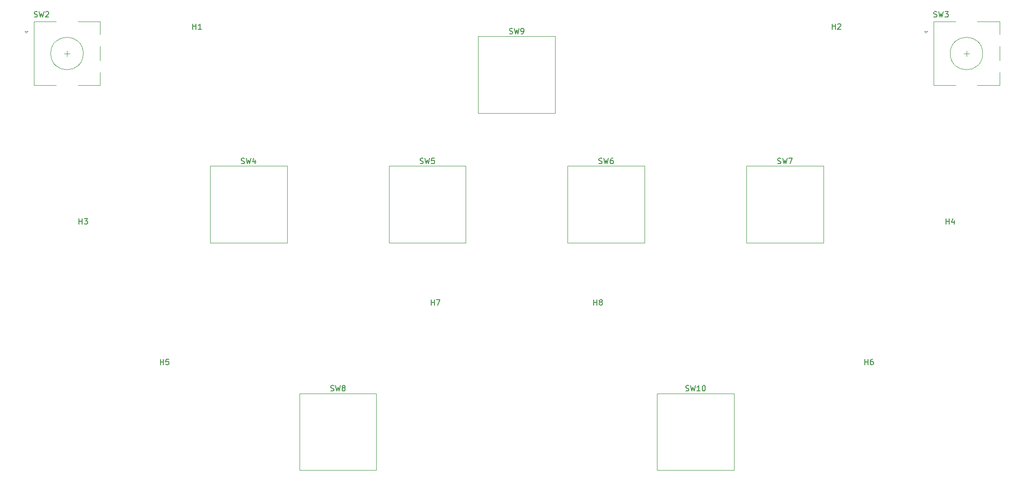
<source format=gbr>
%TF.GenerationSoftware,KiCad,Pcbnew,8.0.3*%
%TF.CreationDate,2024-09-03T22:31:28+08:00*%
%TF.ProjectId,PH-AC,50482d41-432e-46b6-9963-61645f706362,rev?*%
%TF.SameCoordinates,PX405f7e0PY328b740*%
%TF.FileFunction,Legend,Top*%
%TF.FilePolarity,Positive*%
%FSLAX46Y46*%
G04 Gerber Fmt 4.6, Leading zero omitted, Abs format (unit mm)*
G04 Created by KiCad (PCBNEW 8.0.3) date 2024-09-03 22:31:28*
%MOMM*%
%LPD*%
G01*
G04 APERTURE LIST*
%ADD10C,0.150000*%
%ADD11C,0.120000*%
G04 APERTURE END LIST*
D10*
X49166667Y-35407200D02*
X49309524Y-35454819D01*
X49309524Y-35454819D02*
X49547619Y-35454819D01*
X49547619Y-35454819D02*
X49642857Y-35407200D01*
X49642857Y-35407200D02*
X49690476Y-35359580D01*
X49690476Y-35359580D02*
X49738095Y-35264342D01*
X49738095Y-35264342D02*
X49738095Y-35169104D01*
X49738095Y-35169104D02*
X49690476Y-35073866D01*
X49690476Y-35073866D02*
X49642857Y-35026247D01*
X49642857Y-35026247D02*
X49547619Y-34978628D01*
X49547619Y-34978628D02*
X49357143Y-34931009D01*
X49357143Y-34931009D02*
X49261905Y-34883390D01*
X49261905Y-34883390D02*
X49214286Y-34835771D01*
X49214286Y-34835771D02*
X49166667Y-34740533D01*
X49166667Y-34740533D02*
X49166667Y-34645295D01*
X49166667Y-34645295D02*
X49214286Y-34550057D01*
X49214286Y-34550057D02*
X49261905Y-34502438D01*
X49261905Y-34502438D02*
X49357143Y-34454819D01*
X49357143Y-34454819D02*
X49595238Y-34454819D01*
X49595238Y-34454819D02*
X49738095Y-34502438D01*
X50071429Y-34454819D02*
X50309524Y-35454819D01*
X50309524Y-35454819D02*
X50500000Y-34740533D01*
X50500000Y-34740533D02*
X50690476Y-35454819D01*
X50690476Y-35454819D02*
X50928572Y-34454819D01*
X51738095Y-34788152D02*
X51738095Y-35454819D01*
X51500000Y-34407200D02*
X51261905Y-35121485D01*
X51261905Y-35121485D02*
X51880952Y-35121485D01*
X164238095Y-72604819D02*
X164238095Y-71604819D01*
X164238095Y-72081009D02*
X164809523Y-72081009D01*
X164809523Y-72604819D02*
X164809523Y-71604819D01*
X165714285Y-71604819D02*
X165523809Y-71604819D01*
X165523809Y-71604819D02*
X165428571Y-71652438D01*
X165428571Y-71652438D02*
X165380952Y-71700057D01*
X165380952Y-71700057D02*
X165285714Y-71842914D01*
X165285714Y-71842914D02*
X165238095Y-72033390D01*
X165238095Y-72033390D02*
X165238095Y-72414342D01*
X165238095Y-72414342D02*
X165285714Y-72509580D01*
X165285714Y-72509580D02*
X165333333Y-72557200D01*
X165333333Y-72557200D02*
X165428571Y-72604819D01*
X165428571Y-72604819D02*
X165619047Y-72604819D01*
X165619047Y-72604819D02*
X165714285Y-72557200D01*
X165714285Y-72557200D02*
X165761904Y-72509580D01*
X165761904Y-72509580D02*
X165809523Y-72414342D01*
X165809523Y-72414342D02*
X165809523Y-72176247D01*
X165809523Y-72176247D02*
X165761904Y-72081009D01*
X165761904Y-72081009D02*
X165714285Y-72033390D01*
X165714285Y-72033390D02*
X165619047Y-71985771D01*
X165619047Y-71985771D02*
X165428571Y-71985771D01*
X165428571Y-71985771D02*
X165333333Y-72033390D01*
X165333333Y-72033390D02*
X165285714Y-72081009D01*
X165285714Y-72081009D02*
X165238095Y-72176247D01*
X179238095Y-46604819D02*
X179238095Y-45604819D01*
X179238095Y-46081009D02*
X179809523Y-46081009D01*
X179809523Y-46604819D02*
X179809523Y-45604819D01*
X180714285Y-45938152D02*
X180714285Y-46604819D01*
X180476190Y-45557200D02*
X180238095Y-46271485D01*
X180238095Y-46271485D02*
X180857142Y-46271485D01*
X98666667Y-11407200D02*
X98809524Y-11454819D01*
X98809524Y-11454819D02*
X99047619Y-11454819D01*
X99047619Y-11454819D02*
X99142857Y-11407200D01*
X99142857Y-11407200D02*
X99190476Y-11359580D01*
X99190476Y-11359580D02*
X99238095Y-11264342D01*
X99238095Y-11264342D02*
X99238095Y-11169104D01*
X99238095Y-11169104D02*
X99190476Y-11073866D01*
X99190476Y-11073866D02*
X99142857Y-11026247D01*
X99142857Y-11026247D02*
X99047619Y-10978628D01*
X99047619Y-10978628D02*
X98857143Y-10931009D01*
X98857143Y-10931009D02*
X98761905Y-10883390D01*
X98761905Y-10883390D02*
X98714286Y-10835771D01*
X98714286Y-10835771D02*
X98666667Y-10740533D01*
X98666667Y-10740533D02*
X98666667Y-10645295D01*
X98666667Y-10645295D02*
X98714286Y-10550057D01*
X98714286Y-10550057D02*
X98761905Y-10502438D01*
X98761905Y-10502438D02*
X98857143Y-10454819D01*
X98857143Y-10454819D02*
X99095238Y-10454819D01*
X99095238Y-10454819D02*
X99238095Y-10502438D01*
X99571429Y-10454819D02*
X99809524Y-11454819D01*
X99809524Y-11454819D02*
X100000000Y-10740533D01*
X100000000Y-10740533D02*
X100190476Y-11454819D01*
X100190476Y-11454819D02*
X100428572Y-10454819D01*
X100857143Y-11454819D02*
X101047619Y-11454819D01*
X101047619Y-11454819D02*
X101142857Y-11407200D01*
X101142857Y-11407200D02*
X101190476Y-11359580D01*
X101190476Y-11359580D02*
X101285714Y-11216723D01*
X101285714Y-11216723D02*
X101333333Y-11026247D01*
X101333333Y-11026247D02*
X101333333Y-10645295D01*
X101333333Y-10645295D02*
X101285714Y-10550057D01*
X101285714Y-10550057D02*
X101238095Y-10502438D01*
X101238095Y-10502438D02*
X101142857Y-10454819D01*
X101142857Y-10454819D02*
X100952381Y-10454819D01*
X100952381Y-10454819D02*
X100857143Y-10502438D01*
X100857143Y-10502438D02*
X100809524Y-10550057D01*
X100809524Y-10550057D02*
X100761905Y-10645295D01*
X100761905Y-10645295D02*
X100761905Y-10883390D01*
X100761905Y-10883390D02*
X100809524Y-10978628D01*
X100809524Y-10978628D02*
X100857143Y-11026247D01*
X100857143Y-11026247D02*
X100952381Y-11073866D01*
X100952381Y-11073866D02*
X101142857Y-11073866D01*
X101142857Y-11073866D02*
X101238095Y-11026247D01*
X101238095Y-11026247D02*
X101285714Y-10978628D01*
X101285714Y-10978628D02*
X101333333Y-10883390D01*
X40238095Y-10604819D02*
X40238095Y-9604819D01*
X40238095Y-10081009D02*
X40809523Y-10081009D01*
X40809523Y-10604819D02*
X40809523Y-9604819D01*
X41809523Y-10604819D02*
X41238095Y-10604819D01*
X41523809Y-10604819D02*
X41523809Y-9604819D01*
X41523809Y-9604819D02*
X41428571Y-9747676D01*
X41428571Y-9747676D02*
X41333333Y-9842914D01*
X41333333Y-9842914D02*
X41238095Y-9890533D01*
X158238095Y-10604819D02*
X158238095Y-9604819D01*
X158238095Y-10081009D02*
X158809523Y-10081009D01*
X158809523Y-10604819D02*
X158809523Y-9604819D01*
X159238095Y-9700057D02*
X159285714Y-9652438D01*
X159285714Y-9652438D02*
X159380952Y-9604819D01*
X159380952Y-9604819D02*
X159619047Y-9604819D01*
X159619047Y-9604819D02*
X159714285Y-9652438D01*
X159714285Y-9652438D02*
X159761904Y-9700057D01*
X159761904Y-9700057D02*
X159809523Y-9795295D01*
X159809523Y-9795295D02*
X159809523Y-9890533D01*
X159809523Y-9890533D02*
X159761904Y-10033390D01*
X159761904Y-10033390D02*
X159190476Y-10604819D01*
X159190476Y-10604819D02*
X159809523Y-10604819D01*
X148166667Y-35407200D02*
X148309524Y-35454819D01*
X148309524Y-35454819D02*
X148547619Y-35454819D01*
X148547619Y-35454819D02*
X148642857Y-35407200D01*
X148642857Y-35407200D02*
X148690476Y-35359580D01*
X148690476Y-35359580D02*
X148738095Y-35264342D01*
X148738095Y-35264342D02*
X148738095Y-35169104D01*
X148738095Y-35169104D02*
X148690476Y-35073866D01*
X148690476Y-35073866D02*
X148642857Y-35026247D01*
X148642857Y-35026247D02*
X148547619Y-34978628D01*
X148547619Y-34978628D02*
X148357143Y-34931009D01*
X148357143Y-34931009D02*
X148261905Y-34883390D01*
X148261905Y-34883390D02*
X148214286Y-34835771D01*
X148214286Y-34835771D02*
X148166667Y-34740533D01*
X148166667Y-34740533D02*
X148166667Y-34645295D01*
X148166667Y-34645295D02*
X148214286Y-34550057D01*
X148214286Y-34550057D02*
X148261905Y-34502438D01*
X148261905Y-34502438D02*
X148357143Y-34454819D01*
X148357143Y-34454819D02*
X148595238Y-34454819D01*
X148595238Y-34454819D02*
X148738095Y-34502438D01*
X149071429Y-34454819D02*
X149309524Y-35454819D01*
X149309524Y-35454819D02*
X149500000Y-34740533D01*
X149500000Y-34740533D02*
X149690476Y-35454819D01*
X149690476Y-35454819D02*
X149928572Y-34454819D01*
X150214286Y-34454819D02*
X150880952Y-34454819D01*
X150880952Y-34454819D02*
X150452381Y-35454819D01*
X82166667Y-35407200D02*
X82309524Y-35454819D01*
X82309524Y-35454819D02*
X82547619Y-35454819D01*
X82547619Y-35454819D02*
X82642857Y-35407200D01*
X82642857Y-35407200D02*
X82690476Y-35359580D01*
X82690476Y-35359580D02*
X82738095Y-35264342D01*
X82738095Y-35264342D02*
X82738095Y-35169104D01*
X82738095Y-35169104D02*
X82690476Y-35073866D01*
X82690476Y-35073866D02*
X82642857Y-35026247D01*
X82642857Y-35026247D02*
X82547619Y-34978628D01*
X82547619Y-34978628D02*
X82357143Y-34931009D01*
X82357143Y-34931009D02*
X82261905Y-34883390D01*
X82261905Y-34883390D02*
X82214286Y-34835771D01*
X82214286Y-34835771D02*
X82166667Y-34740533D01*
X82166667Y-34740533D02*
X82166667Y-34645295D01*
X82166667Y-34645295D02*
X82214286Y-34550057D01*
X82214286Y-34550057D02*
X82261905Y-34502438D01*
X82261905Y-34502438D02*
X82357143Y-34454819D01*
X82357143Y-34454819D02*
X82595238Y-34454819D01*
X82595238Y-34454819D02*
X82738095Y-34502438D01*
X83071429Y-34454819D02*
X83309524Y-35454819D01*
X83309524Y-35454819D02*
X83500000Y-34740533D01*
X83500000Y-34740533D02*
X83690476Y-35454819D01*
X83690476Y-35454819D02*
X83928572Y-34454819D01*
X84785714Y-34454819D02*
X84309524Y-34454819D01*
X84309524Y-34454819D02*
X84261905Y-34931009D01*
X84261905Y-34931009D02*
X84309524Y-34883390D01*
X84309524Y-34883390D02*
X84404762Y-34835771D01*
X84404762Y-34835771D02*
X84642857Y-34835771D01*
X84642857Y-34835771D02*
X84738095Y-34883390D01*
X84738095Y-34883390D02*
X84785714Y-34931009D01*
X84785714Y-34931009D02*
X84833333Y-35026247D01*
X84833333Y-35026247D02*
X84833333Y-35264342D01*
X84833333Y-35264342D02*
X84785714Y-35359580D01*
X84785714Y-35359580D02*
X84738095Y-35407200D01*
X84738095Y-35407200D02*
X84642857Y-35454819D01*
X84642857Y-35454819D02*
X84404762Y-35454819D01*
X84404762Y-35454819D02*
X84309524Y-35407200D01*
X84309524Y-35407200D02*
X84261905Y-35359580D01*
X65666667Y-77407200D02*
X65809524Y-77454819D01*
X65809524Y-77454819D02*
X66047619Y-77454819D01*
X66047619Y-77454819D02*
X66142857Y-77407200D01*
X66142857Y-77407200D02*
X66190476Y-77359580D01*
X66190476Y-77359580D02*
X66238095Y-77264342D01*
X66238095Y-77264342D02*
X66238095Y-77169104D01*
X66238095Y-77169104D02*
X66190476Y-77073866D01*
X66190476Y-77073866D02*
X66142857Y-77026247D01*
X66142857Y-77026247D02*
X66047619Y-76978628D01*
X66047619Y-76978628D02*
X65857143Y-76931009D01*
X65857143Y-76931009D02*
X65761905Y-76883390D01*
X65761905Y-76883390D02*
X65714286Y-76835771D01*
X65714286Y-76835771D02*
X65666667Y-76740533D01*
X65666667Y-76740533D02*
X65666667Y-76645295D01*
X65666667Y-76645295D02*
X65714286Y-76550057D01*
X65714286Y-76550057D02*
X65761905Y-76502438D01*
X65761905Y-76502438D02*
X65857143Y-76454819D01*
X65857143Y-76454819D02*
X66095238Y-76454819D01*
X66095238Y-76454819D02*
X66238095Y-76502438D01*
X66571429Y-76454819D02*
X66809524Y-77454819D01*
X66809524Y-77454819D02*
X67000000Y-76740533D01*
X67000000Y-76740533D02*
X67190476Y-77454819D01*
X67190476Y-77454819D02*
X67428572Y-76454819D01*
X67952381Y-76883390D02*
X67857143Y-76835771D01*
X67857143Y-76835771D02*
X67809524Y-76788152D01*
X67809524Y-76788152D02*
X67761905Y-76692914D01*
X67761905Y-76692914D02*
X67761905Y-76645295D01*
X67761905Y-76645295D02*
X67809524Y-76550057D01*
X67809524Y-76550057D02*
X67857143Y-76502438D01*
X67857143Y-76502438D02*
X67952381Y-76454819D01*
X67952381Y-76454819D02*
X68142857Y-76454819D01*
X68142857Y-76454819D02*
X68238095Y-76502438D01*
X68238095Y-76502438D02*
X68285714Y-76550057D01*
X68285714Y-76550057D02*
X68333333Y-76645295D01*
X68333333Y-76645295D02*
X68333333Y-76692914D01*
X68333333Y-76692914D02*
X68285714Y-76788152D01*
X68285714Y-76788152D02*
X68238095Y-76835771D01*
X68238095Y-76835771D02*
X68142857Y-76883390D01*
X68142857Y-76883390D02*
X67952381Y-76883390D01*
X67952381Y-76883390D02*
X67857143Y-76931009D01*
X67857143Y-76931009D02*
X67809524Y-76978628D01*
X67809524Y-76978628D02*
X67761905Y-77073866D01*
X67761905Y-77073866D02*
X67761905Y-77264342D01*
X67761905Y-77264342D02*
X67809524Y-77359580D01*
X67809524Y-77359580D02*
X67857143Y-77407200D01*
X67857143Y-77407200D02*
X67952381Y-77454819D01*
X67952381Y-77454819D02*
X68142857Y-77454819D01*
X68142857Y-77454819D02*
X68238095Y-77407200D01*
X68238095Y-77407200D02*
X68285714Y-77359580D01*
X68285714Y-77359580D02*
X68333333Y-77264342D01*
X68333333Y-77264342D02*
X68333333Y-77073866D01*
X68333333Y-77073866D02*
X68285714Y-76978628D01*
X68285714Y-76978628D02*
X68238095Y-76931009D01*
X68238095Y-76931009D02*
X68142857Y-76883390D01*
X19238095Y-46604819D02*
X19238095Y-45604819D01*
X19238095Y-46081009D02*
X19809523Y-46081009D01*
X19809523Y-46604819D02*
X19809523Y-45604819D01*
X20190476Y-45604819D02*
X20809523Y-45604819D01*
X20809523Y-45604819D02*
X20476190Y-45985771D01*
X20476190Y-45985771D02*
X20619047Y-45985771D01*
X20619047Y-45985771D02*
X20714285Y-46033390D01*
X20714285Y-46033390D02*
X20761904Y-46081009D01*
X20761904Y-46081009D02*
X20809523Y-46176247D01*
X20809523Y-46176247D02*
X20809523Y-46414342D01*
X20809523Y-46414342D02*
X20761904Y-46509580D01*
X20761904Y-46509580D02*
X20714285Y-46557200D01*
X20714285Y-46557200D02*
X20619047Y-46604819D01*
X20619047Y-46604819D02*
X20333333Y-46604819D01*
X20333333Y-46604819D02*
X20238095Y-46557200D01*
X20238095Y-46557200D02*
X20190476Y-46509580D01*
X115166667Y-35407200D02*
X115309524Y-35454819D01*
X115309524Y-35454819D02*
X115547619Y-35454819D01*
X115547619Y-35454819D02*
X115642857Y-35407200D01*
X115642857Y-35407200D02*
X115690476Y-35359580D01*
X115690476Y-35359580D02*
X115738095Y-35264342D01*
X115738095Y-35264342D02*
X115738095Y-35169104D01*
X115738095Y-35169104D02*
X115690476Y-35073866D01*
X115690476Y-35073866D02*
X115642857Y-35026247D01*
X115642857Y-35026247D02*
X115547619Y-34978628D01*
X115547619Y-34978628D02*
X115357143Y-34931009D01*
X115357143Y-34931009D02*
X115261905Y-34883390D01*
X115261905Y-34883390D02*
X115214286Y-34835771D01*
X115214286Y-34835771D02*
X115166667Y-34740533D01*
X115166667Y-34740533D02*
X115166667Y-34645295D01*
X115166667Y-34645295D02*
X115214286Y-34550057D01*
X115214286Y-34550057D02*
X115261905Y-34502438D01*
X115261905Y-34502438D02*
X115357143Y-34454819D01*
X115357143Y-34454819D02*
X115595238Y-34454819D01*
X115595238Y-34454819D02*
X115738095Y-34502438D01*
X116071429Y-34454819D02*
X116309524Y-35454819D01*
X116309524Y-35454819D02*
X116500000Y-34740533D01*
X116500000Y-34740533D02*
X116690476Y-35454819D01*
X116690476Y-35454819D02*
X116928572Y-34454819D01*
X117738095Y-34454819D02*
X117547619Y-34454819D01*
X117547619Y-34454819D02*
X117452381Y-34502438D01*
X117452381Y-34502438D02*
X117404762Y-34550057D01*
X117404762Y-34550057D02*
X117309524Y-34692914D01*
X117309524Y-34692914D02*
X117261905Y-34883390D01*
X117261905Y-34883390D02*
X117261905Y-35264342D01*
X117261905Y-35264342D02*
X117309524Y-35359580D01*
X117309524Y-35359580D02*
X117357143Y-35407200D01*
X117357143Y-35407200D02*
X117452381Y-35454819D01*
X117452381Y-35454819D02*
X117642857Y-35454819D01*
X117642857Y-35454819D02*
X117738095Y-35407200D01*
X117738095Y-35407200D02*
X117785714Y-35359580D01*
X117785714Y-35359580D02*
X117833333Y-35264342D01*
X117833333Y-35264342D02*
X117833333Y-35026247D01*
X117833333Y-35026247D02*
X117785714Y-34931009D01*
X117785714Y-34931009D02*
X117738095Y-34883390D01*
X117738095Y-34883390D02*
X117642857Y-34835771D01*
X117642857Y-34835771D02*
X117452381Y-34835771D01*
X117452381Y-34835771D02*
X117357143Y-34883390D01*
X117357143Y-34883390D02*
X117309524Y-34931009D01*
X117309524Y-34931009D02*
X117261905Y-35026247D01*
X131190476Y-77407200D02*
X131333333Y-77454819D01*
X131333333Y-77454819D02*
X131571428Y-77454819D01*
X131571428Y-77454819D02*
X131666666Y-77407200D01*
X131666666Y-77407200D02*
X131714285Y-77359580D01*
X131714285Y-77359580D02*
X131761904Y-77264342D01*
X131761904Y-77264342D02*
X131761904Y-77169104D01*
X131761904Y-77169104D02*
X131714285Y-77073866D01*
X131714285Y-77073866D02*
X131666666Y-77026247D01*
X131666666Y-77026247D02*
X131571428Y-76978628D01*
X131571428Y-76978628D02*
X131380952Y-76931009D01*
X131380952Y-76931009D02*
X131285714Y-76883390D01*
X131285714Y-76883390D02*
X131238095Y-76835771D01*
X131238095Y-76835771D02*
X131190476Y-76740533D01*
X131190476Y-76740533D02*
X131190476Y-76645295D01*
X131190476Y-76645295D02*
X131238095Y-76550057D01*
X131238095Y-76550057D02*
X131285714Y-76502438D01*
X131285714Y-76502438D02*
X131380952Y-76454819D01*
X131380952Y-76454819D02*
X131619047Y-76454819D01*
X131619047Y-76454819D02*
X131761904Y-76502438D01*
X132095238Y-76454819D02*
X132333333Y-77454819D01*
X132333333Y-77454819D02*
X132523809Y-76740533D01*
X132523809Y-76740533D02*
X132714285Y-77454819D01*
X132714285Y-77454819D02*
X132952381Y-76454819D01*
X133857142Y-77454819D02*
X133285714Y-77454819D01*
X133571428Y-77454819D02*
X133571428Y-76454819D01*
X133571428Y-76454819D02*
X133476190Y-76597676D01*
X133476190Y-76597676D02*
X133380952Y-76692914D01*
X133380952Y-76692914D02*
X133285714Y-76740533D01*
X134476190Y-76454819D02*
X134571428Y-76454819D01*
X134571428Y-76454819D02*
X134666666Y-76502438D01*
X134666666Y-76502438D02*
X134714285Y-76550057D01*
X134714285Y-76550057D02*
X134761904Y-76645295D01*
X134761904Y-76645295D02*
X134809523Y-76835771D01*
X134809523Y-76835771D02*
X134809523Y-77073866D01*
X134809523Y-77073866D02*
X134761904Y-77264342D01*
X134761904Y-77264342D02*
X134714285Y-77359580D01*
X134714285Y-77359580D02*
X134666666Y-77407200D01*
X134666666Y-77407200D02*
X134571428Y-77454819D01*
X134571428Y-77454819D02*
X134476190Y-77454819D01*
X134476190Y-77454819D02*
X134380952Y-77407200D01*
X134380952Y-77407200D02*
X134333333Y-77359580D01*
X134333333Y-77359580D02*
X134285714Y-77264342D01*
X134285714Y-77264342D02*
X134238095Y-77073866D01*
X134238095Y-77073866D02*
X134238095Y-76835771D01*
X134238095Y-76835771D02*
X134285714Y-76645295D01*
X134285714Y-76645295D02*
X134333333Y-76550057D01*
X134333333Y-76550057D02*
X134380952Y-76502438D01*
X134380952Y-76502438D02*
X134476190Y-76454819D01*
X176966667Y-8307200D02*
X177109524Y-8354819D01*
X177109524Y-8354819D02*
X177347619Y-8354819D01*
X177347619Y-8354819D02*
X177442857Y-8307200D01*
X177442857Y-8307200D02*
X177490476Y-8259580D01*
X177490476Y-8259580D02*
X177538095Y-8164342D01*
X177538095Y-8164342D02*
X177538095Y-8069104D01*
X177538095Y-8069104D02*
X177490476Y-7973866D01*
X177490476Y-7973866D02*
X177442857Y-7926247D01*
X177442857Y-7926247D02*
X177347619Y-7878628D01*
X177347619Y-7878628D02*
X177157143Y-7831009D01*
X177157143Y-7831009D02*
X177061905Y-7783390D01*
X177061905Y-7783390D02*
X177014286Y-7735771D01*
X177014286Y-7735771D02*
X176966667Y-7640533D01*
X176966667Y-7640533D02*
X176966667Y-7545295D01*
X176966667Y-7545295D02*
X177014286Y-7450057D01*
X177014286Y-7450057D02*
X177061905Y-7402438D01*
X177061905Y-7402438D02*
X177157143Y-7354819D01*
X177157143Y-7354819D02*
X177395238Y-7354819D01*
X177395238Y-7354819D02*
X177538095Y-7402438D01*
X177871429Y-7354819D02*
X178109524Y-8354819D01*
X178109524Y-8354819D02*
X178300000Y-7640533D01*
X178300000Y-7640533D02*
X178490476Y-8354819D01*
X178490476Y-8354819D02*
X178728572Y-7354819D01*
X179014286Y-7354819D02*
X179633333Y-7354819D01*
X179633333Y-7354819D02*
X179300000Y-7735771D01*
X179300000Y-7735771D02*
X179442857Y-7735771D01*
X179442857Y-7735771D02*
X179538095Y-7783390D01*
X179538095Y-7783390D02*
X179585714Y-7831009D01*
X179585714Y-7831009D02*
X179633333Y-7926247D01*
X179633333Y-7926247D02*
X179633333Y-8164342D01*
X179633333Y-8164342D02*
X179585714Y-8259580D01*
X179585714Y-8259580D02*
X179538095Y-8307200D01*
X179538095Y-8307200D02*
X179442857Y-8354819D01*
X179442857Y-8354819D02*
X179157143Y-8354819D01*
X179157143Y-8354819D02*
X179061905Y-8307200D01*
X179061905Y-8307200D02*
X179014286Y-8259580D01*
X10966667Y-8307200D02*
X11109524Y-8354819D01*
X11109524Y-8354819D02*
X11347619Y-8354819D01*
X11347619Y-8354819D02*
X11442857Y-8307200D01*
X11442857Y-8307200D02*
X11490476Y-8259580D01*
X11490476Y-8259580D02*
X11538095Y-8164342D01*
X11538095Y-8164342D02*
X11538095Y-8069104D01*
X11538095Y-8069104D02*
X11490476Y-7973866D01*
X11490476Y-7973866D02*
X11442857Y-7926247D01*
X11442857Y-7926247D02*
X11347619Y-7878628D01*
X11347619Y-7878628D02*
X11157143Y-7831009D01*
X11157143Y-7831009D02*
X11061905Y-7783390D01*
X11061905Y-7783390D02*
X11014286Y-7735771D01*
X11014286Y-7735771D02*
X10966667Y-7640533D01*
X10966667Y-7640533D02*
X10966667Y-7545295D01*
X10966667Y-7545295D02*
X11014286Y-7450057D01*
X11014286Y-7450057D02*
X11061905Y-7402438D01*
X11061905Y-7402438D02*
X11157143Y-7354819D01*
X11157143Y-7354819D02*
X11395238Y-7354819D01*
X11395238Y-7354819D02*
X11538095Y-7402438D01*
X11871429Y-7354819D02*
X12109524Y-8354819D01*
X12109524Y-8354819D02*
X12300000Y-7640533D01*
X12300000Y-7640533D02*
X12490476Y-8354819D01*
X12490476Y-8354819D02*
X12728572Y-7354819D01*
X13061905Y-7450057D02*
X13109524Y-7402438D01*
X13109524Y-7402438D02*
X13204762Y-7354819D01*
X13204762Y-7354819D02*
X13442857Y-7354819D01*
X13442857Y-7354819D02*
X13538095Y-7402438D01*
X13538095Y-7402438D02*
X13585714Y-7450057D01*
X13585714Y-7450057D02*
X13633333Y-7545295D01*
X13633333Y-7545295D02*
X13633333Y-7640533D01*
X13633333Y-7640533D02*
X13585714Y-7783390D01*
X13585714Y-7783390D02*
X13014286Y-8354819D01*
X13014286Y-8354819D02*
X13633333Y-8354819D01*
X34238095Y-72604819D02*
X34238095Y-71604819D01*
X34238095Y-72081009D02*
X34809523Y-72081009D01*
X34809523Y-72604819D02*
X34809523Y-71604819D01*
X35761904Y-71604819D02*
X35285714Y-71604819D01*
X35285714Y-71604819D02*
X35238095Y-72081009D01*
X35238095Y-72081009D02*
X35285714Y-72033390D01*
X35285714Y-72033390D02*
X35380952Y-71985771D01*
X35380952Y-71985771D02*
X35619047Y-71985771D01*
X35619047Y-71985771D02*
X35714285Y-72033390D01*
X35714285Y-72033390D02*
X35761904Y-72081009D01*
X35761904Y-72081009D02*
X35809523Y-72176247D01*
X35809523Y-72176247D02*
X35809523Y-72414342D01*
X35809523Y-72414342D02*
X35761904Y-72509580D01*
X35761904Y-72509580D02*
X35714285Y-72557200D01*
X35714285Y-72557200D02*
X35619047Y-72604819D01*
X35619047Y-72604819D02*
X35380952Y-72604819D01*
X35380952Y-72604819D02*
X35285714Y-72557200D01*
X35285714Y-72557200D02*
X35238095Y-72509580D01*
X84238095Y-61604819D02*
X84238095Y-60604819D01*
X84238095Y-61081009D02*
X84809523Y-61081009D01*
X84809523Y-61604819D02*
X84809523Y-60604819D01*
X85190476Y-60604819D02*
X85857142Y-60604819D01*
X85857142Y-60604819D02*
X85428571Y-61604819D01*
X114238095Y-61604819D02*
X114238095Y-60604819D01*
X114238095Y-61081009D02*
X114809523Y-61081009D01*
X114809523Y-61604819D02*
X114809523Y-60604819D01*
X115428571Y-61033390D02*
X115333333Y-60985771D01*
X115333333Y-60985771D02*
X115285714Y-60938152D01*
X115285714Y-60938152D02*
X115238095Y-60842914D01*
X115238095Y-60842914D02*
X115238095Y-60795295D01*
X115238095Y-60795295D02*
X115285714Y-60700057D01*
X115285714Y-60700057D02*
X115333333Y-60652438D01*
X115333333Y-60652438D02*
X115428571Y-60604819D01*
X115428571Y-60604819D02*
X115619047Y-60604819D01*
X115619047Y-60604819D02*
X115714285Y-60652438D01*
X115714285Y-60652438D02*
X115761904Y-60700057D01*
X115761904Y-60700057D02*
X115809523Y-60795295D01*
X115809523Y-60795295D02*
X115809523Y-60842914D01*
X115809523Y-60842914D02*
X115761904Y-60938152D01*
X115761904Y-60938152D02*
X115714285Y-60985771D01*
X115714285Y-60985771D02*
X115619047Y-61033390D01*
X115619047Y-61033390D02*
X115428571Y-61033390D01*
X115428571Y-61033390D02*
X115333333Y-61081009D01*
X115333333Y-61081009D02*
X115285714Y-61128628D01*
X115285714Y-61128628D02*
X115238095Y-61223866D01*
X115238095Y-61223866D02*
X115238095Y-61414342D01*
X115238095Y-61414342D02*
X115285714Y-61509580D01*
X115285714Y-61509580D02*
X115333333Y-61557200D01*
X115333333Y-61557200D02*
X115428571Y-61604819D01*
X115428571Y-61604819D02*
X115619047Y-61604819D01*
X115619047Y-61604819D02*
X115714285Y-61557200D01*
X115714285Y-61557200D02*
X115761904Y-61509580D01*
X115761904Y-61509580D02*
X115809523Y-61414342D01*
X115809523Y-61414342D02*
X115809523Y-61223866D01*
X115809523Y-61223866D02*
X115761904Y-61128628D01*
X115761904Y-61128628D02*
X115714285Y-61081009D01*
X115714285Y-61081009D02*
X115619047Y-61033390D01*
D11*
%TO.C,SW4*%
X43400000Y-35900000D02*
X43400000Y-50100000D01*
X43400000Y-50100000D02*
X57600000Y-50100000D01*
X57600000Y-35900000D02*
X43400000Y-35900000D01*
X57600000Y-50100000D02*
X57600000Y-35900000D01*
%TO.C,SW9*%
X92900000Y-11900000D02*
X92900000Y-26100000D01*
X92900000Y-26100000D02*
X107100000Y-26100000D01*
X107100000Y-11900000D02*
X92900000Y-11900000D01*
X107100000Y-26100000D02*
X107100000Y-11900000D01*
%TO.C,SW7*%
X142400000Y-35900000D02*
X142400000Y-50100000D01*
X142400000Y-50100000D02*
X156600000Y-50100000D01*
X156600000Y-35900000D02*
X142400000Y-35900000D01*
X156600000Y-50100000D02*
X156600000Y-35900000D01*
%TO.C,SW5*%
X76400000Y-35900000D02*
X76400000Y-50100000D01*
X76400000Y-50100000D02*
X90600000Y-50100000D01*
X90600000Y-35900000D02*
X76400000Y-35900000D01*
X90600000Y-50100000D02*
X90600000Y-35900000D01*
%TO.C,SW8*%
X59900000Y-77900000D02*
X59900000Y-92100000D01*
X59900000Y-92100000D02*
X74100000Y-92100000D01*
X74100000Y-77900000D02*
X59900000Y-77900000D01*
X74100000Y-92100000D02*
X74100000Y-77900000D01*
%TO.C,SW6*%
X109400000Y-35900000D02*
X109400000Y-50100000D01*
X109400000Y-50100000D02*
X123600000Y-50100000D01*
X123600000Y-35900000D02*
X109400000Y-35900000D01*
X123600000Y-50100000D02*
X123600000Y-35900000D01*
%TO.C,SW10*%
X125900000Y-77900000D02*
X125900000Y-92100000D01*
X125900000Y-92100000D02*
X140100000Y-92100000D01*
X140100000Y-77900000D02*
X125900000Y-77900000D01*
X140100000Y-92100000D02*
X140100000Y-77900000D01*
%TO.C,SW3*%
X175200000Y-11000000D02*
X175800000Y-11000000D01*
X175500000Y-11300000D02*
X175200000Y-11000000D01*
X175800000Y-11000000D02*
X175500000Y-11300000D01*
X176900000Y-9200000D02*
X176900000Y-21000000D01*
X181000000Y-9200000D02*
X176900000Y-9200000D01*
X181000000Y-21000000D02*
X176900000Y-21000000D01*
X182500000Y-15100000D02*
X183500000Y-15100000D01*
X183000000Y-14600000D02*
X183000000Y-15600000D01*
X185000000Y-9200000D02*
X189100000Y-9200000D01*
X189100000Y-9200000D02*
X189100000Y-11600000D01*
X189100000Y-13800000D02*
X189100000Y-16400000D01*
X189100000Y-18600000D02*
X189100000Y-21000000D01*
X189100000Y-21000000D02*
X185000000Y-21000000D01*
X186000000Y-15100000D02*
G75*
G02*
X180000000Y-15100000I-3000000J0D01*
G01*
X180000000Y-15100000D02*
G75*
G02*
X186000000Y-15100000I3000000J0D01*
G01*
%TO.C,SW2*%
X9200000Y-11000000D02*
X9800000Y-11000000D01*
X9500000Y-11300000D02*
X9200000Y-11000000D01*
X9800000Y-11000000D02*
X9500000Y-11300000D01*
X10900000Y-9200000D02*
X10900000Y-21000000D01*
X15000000Y-9200000D02*
X10900000Y-9200000D01*
X15000000Y-21000000D02*
X10900000Y-21000000D01*
X16500000Y-15100000D02*
X17500000Y-15100000D01*
X17000000Y-14600000D02*
X17000000Y-15600000D01*
X19000000Y-9200000D02*
X23100000Y-9200000D01*
X23100000Y-9200000D02*
X23100000Y-11600000D01*
X23100000Y-13800000D02*
X23100000Y-16400000D01*
X23100000Y-18600000D02*
X23100000Y-21000000D01*
X23100000Y-21000000D02*
X19000000Y-21000000D01*
X20000000Y-15100000D02*
G75*
G02*
X14000000Y-15100000I-3000000J0D01*
G01*
X14000000Y-15100000D02*
G75*
G02*
X20000000Y-15100000I3000000J0D01*
G01*
%TD*%
M02*

</source>
